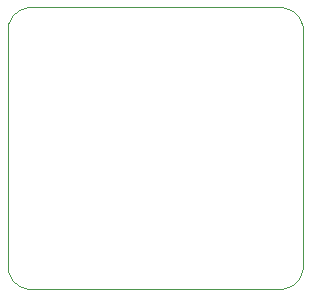
<source format=gm1>
G04*
G04 #@! TF.GenerationSoftware,Altium Limited,Altium Designer,22.7.1 (60)*
G04*
G04 Layer_Color=16711935*
%FSLAX44Y44*%
%MOMM*%
G71*
G04*
G04 #@! TF.SameCoordinates,C5309086-A274-4426-B6F9-96ACF7C2936D*
G04*
G04*
G04 #@! TF.FilePolarity,Positive*
G04*
G01*
G75*
%ADD74C,0.0254*%
%ADD75C,0.0250*%
D74*
X-105000Y145310D02*
X-107611Y145139D01*
X-110176Y144628D01*
X-112654Y143788D01*
X-115000Y142631D01*
X-117175Y141177D01*
X-119142Y139452D01*
X-120867Y137485D01*
X-122320Y135310D01*
X-123478Y132964D01*
X-124319Y130486D01*
X-124829Y127921D01*
X-125000Y125310D01*
Y-73310D02*
X-124829Y-75921D01*
X-124319Y-78486D01*
X-123478Y-80964D01*
X-122320Y-83310D01*
X-120867Y-85485D01*
X-119142Y-87452D01*
X-117175Y-89177D01*
X-115000Y-90631D01*
X-112654Y-91788D01*
X-110176Y-92628D01*
X-107611Y-93139D01*
X-105000Y-93310D01*
X105000D02*
X107611Y-93139D01*
X110176Y-92628D01*
X112654Y-91788D01*
X115000Y-90631D01*
X117175Y-89177D01*
X119142Y-87452D01*
X120867Y-85485D01*
X122320Y-83310D01*
X123478Y-80964D01*
X124319Y-78486D01*
X124829Y-75921D01*
X125000Y-73310D01*
Y125310D02*
X124829Y127921D01*
X124319Y130486D01*
X123478Y132964D01*
X122320Y135310D01*
X120867Y137485D01*
X119142Y139452D01*
X117175Y141177D01*
X115000Y142631D01*
X112654Y143788D01*
X110176Y144628D01*
X107611Y145139D01*
X105000Y145310D01*
X-125000Y-73310D02*
Y125310D01*
X-105000Y-93310D02*
X105000D01*
X125000Y125250D02*
X125000Y-73310D01*
D75*
X-105000Y145310D02*
X105000D01*
M02*

</source>
